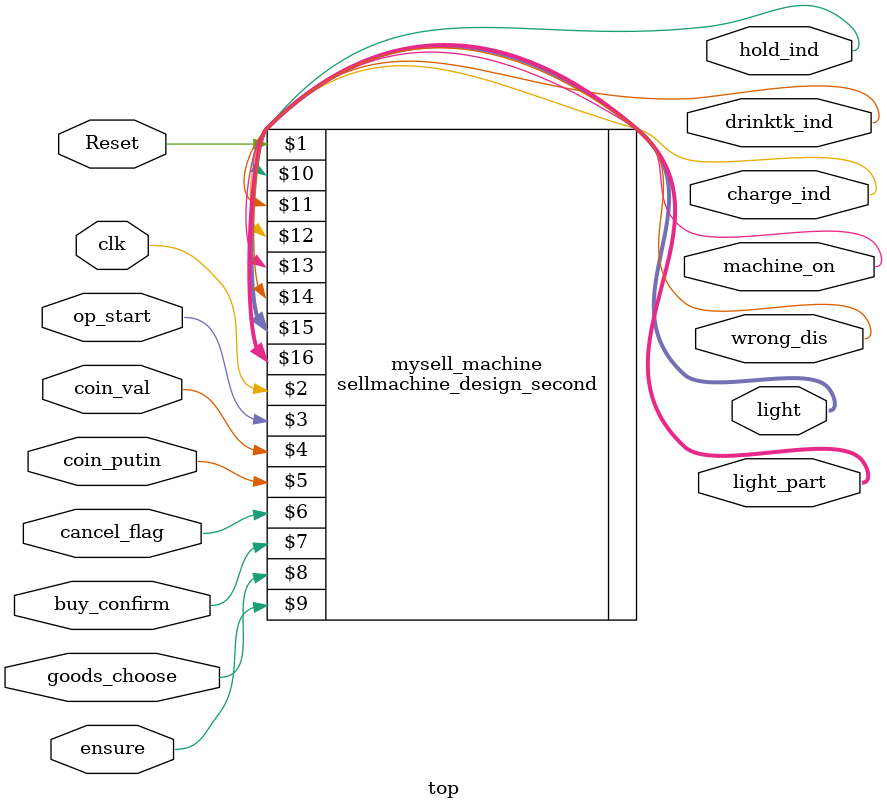
<source format=v>
`timescale 1ns / 1ps


    
module top(
        input Reset,        //×ÜÇåÁã¿ª¹Ø
        input clk,          //ÏµÍ³Ê±ÖÓ
        input op_start,     //ÊÛÂô¿ªÊ¼¿ª¹Ø
        input coin_val,     //coin_val=0;±íÊ¾1Ôª£¬coin_val=1;±íÊ¾10Ôª
        input coin_putin,   //È·¶¨Í¶ÈëÏÖ½ðµÄÂö³å¿ª¹Ø
        input cancel_flag,  //È¡Ïû²Ù×÷¿ª¹Ø
        input buy_confirm,  //È·¶¨¹ºÂò¿ª¹Ø
        input goods_choose, //Ñ¡ÔñÉÌÆ·ÀàÐÍÐÅºÅ 0Îª2.5ÔªÉÌÆ·£¬1Îª5ÔªÉÌÆ·
        input ensure,       //È·¶¨°´Å¥
        output  hold_ind,       //»úÆ÷Õ¼ÓÃÐÅºÅ
        output  drinktk_ind,    //È¡ÒûÁÏÐÅºÅ
        output  charge_ind,      //ÕÒÁãÌáÊ¾ÐÅºÅ
        output  machine_on,      //»úÆ÷ÔËÐÐÐÅºÅ
        output  wrong_dis,      //²Ù×÷´íÎóÌáÊ¾ÐÅºÅ
        output  [7:0] light,        //´ËÁ½Êä³ö±äÁ¿ÎªÏÔÊ¾helloµÄÊä³öÐÅºÅ
        output  [7:0] light_part 
        );
       
        wire clk_use; 
       sellmachine_design_second mysell_machine(Reset,clk,op_start,coin_val,coin_putin,cancel_flag,
        buy_confirm,goods_choose,ensure,hold_ind,drinktk_ind,charge_ind,machine_on,wrong_dis,light,light_part); 
endmodule

</source>
